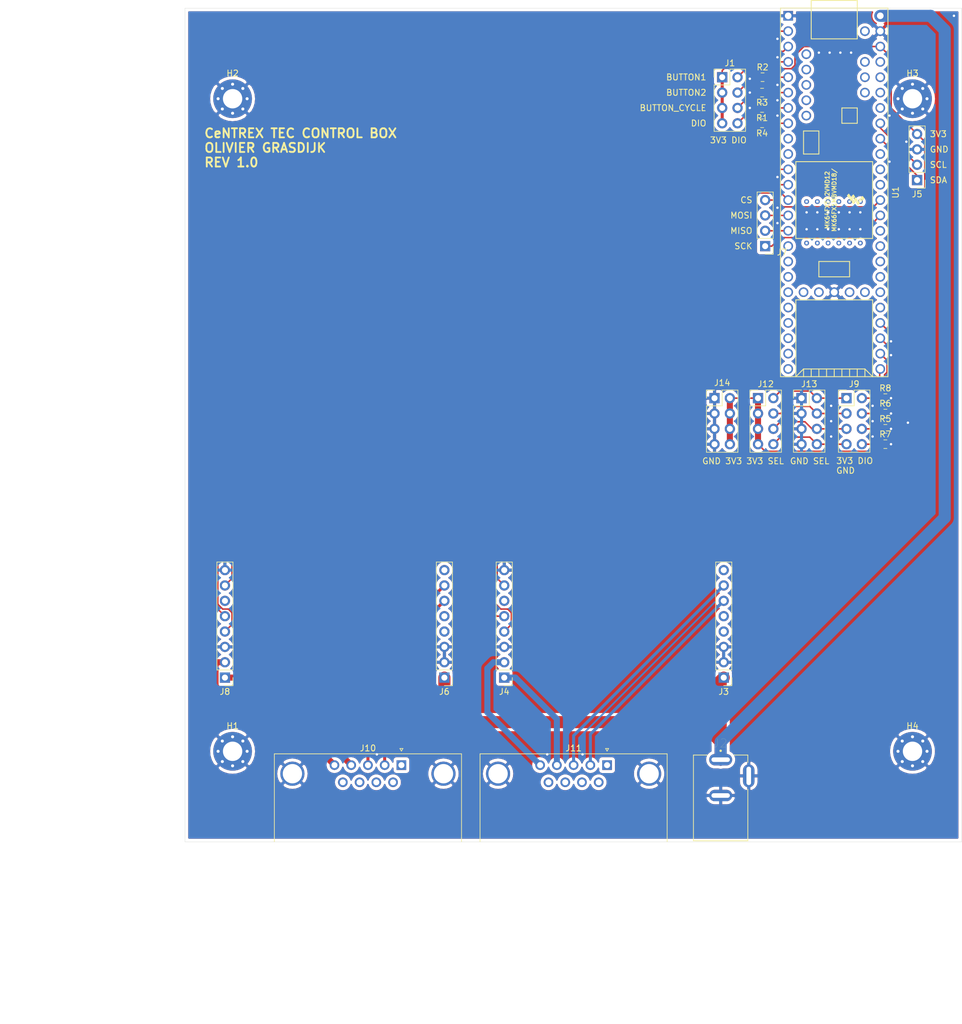
<source format=kicad_pcb>
(kicad_pcb (version 20171130) (host pcbnew "(5.1.5)-3")
  (layers (0 F.Cu signal) (31 B.Cu signal) (34 B.Paste user) (35 F.Paste user) (36 B.SilkS user) (37 F.SilkS user) (38 B.Mask user) (39 F.Mask user) (44 Edge.Cuts user))
  (net 0 "")
  (net 1 +5V)
  (net 2 "Net-(J3-Pad5)")
  (net 3 "Net-(J3-Pad4)")
  (net 4 GNDD)
  (net 5 +3V3)
  (net 6 BUTTON3)
  (net 7 BUTTON2)
  (net 8 BUTTON1)
  (net 9 GNDS2)
  (net 10 TEMP2)
  (net 11 VREF2)
  (net 12 TEC2+)
  (net 13 TEC2-)
  (net 14 TX2)
  (net 15 RX2)
  (net 16 ENABLE2)
  (net 17 SCL_DISPLAY)
  (net 18 SDA_DISPLAY)
  (net 19 GNDS1)
  (net 20 TEMP1)
  (net 21 VREF1)
  (net 22 "Net-(J6-Pad5)")
  (net 23 "Net-(J6-Pad4)")
  (net 24 TEC1+)
  (net 25 TEC1-)
  (net 26 TX1)
  (net 27 RX1)
  (net 28 ENABLE1)
  (net 29 "Net-(U1-Pad44)")
  (net 30 "Net-(U1-Pad43)")
  (net 31 "Net-(U1-Pad42)")
  (net 32 "Net-(U1-Pad39)")
  (net 33 "Net-(U1-Pad38)")
  (net 34 "Net-(U1-Pad37)")
  (net 35 "Net-(U1-Pad36)")
  (net 36 "Net-(U1-Pad35)")
  (net 37 "Net-(U1-Pad34)")
  (net 38 "Net-(U1-Pad16)")
  (net 39 "Net-(U1-Pad19)")
  (net 40 "Net-(U1-Pad18)")
  (net 41 CYCLINGBUTTON)
  (net 42 "Net-(J10-Pad9)")
  (net 43 "Net-(J10-Pad8)")
  (net 44 "Net-(J10-Pad7)")
  (net 45 "Net-(J10-Pad6)")
  (net 46 "Net-(J10-Pad1)")
  (net 47 "Net-(J11-Pad9)")
  (net 48 "Net-(J11-Pad8)")
  (net 49 "Net-(J11-Pad7)")
  (net 50 "Net-(J11-Pad6)")
  (net 51 "Net-(J11-Pad1)")
  (net 52 "Net-(U1-Pad29)")
  (net 53 "Net-(U1-Pad28)")
  (net 54 CS)
  (net 55 MOSI)
  (net 56 MISO)
  (net 57 SCK)
  (net 58 3V3_GND4)
  (net 59 DIO4)
  (net 60 3V3_GND3)
  (net 61 DIO3)
  (net 62 3V3_GND2)
  (net 63 DIO2)
  (net 64 3V3_GND1)
  (net 65 DIO1)
  (net 66 STATUS2)
  (net 67 STATUS1)
  (net 68 "Net-(U1-Pad57)")
  (net 69 "Net-(U1-Pad56)")
  (net 70 "Net-(U1-Pad55)")
  (net 71 "Net-(U1-Pad54)")
  (net 72 "Net-(U1-Pad26)")
  (net 73 "Net-(U1-Pad25)")
  (net 74 "Net-(U1-Pad24)")
  (net 75 "Net-(U1-Pad23)")
  (net 76 "Net-(U1-Pad22)")
  (net 77 "Net-(U1-Pad21)")
  (net 78 "Net-(U1-Pad20)")
  (net 79 "Net-(U1-Pad17)")
  (net 80 "Net-(U1-Pad50)")
  (net 81 "Net-(U1-Pad49)")
  (net 82 "Net-(U1-Pad48)")
  (net 83 "Net-(U1-Pad47)")
  (net 84 "Net-(U1-Pad9)")
  (net 85 "Net-(U1-Pad10)")
  (module footprints:Teensy35_36 (layer F.Cu) (at 147.828 56.896 270)
    (fp_text reference U1 (at 0 -10.16 90) (layer F.SilkS))
    (fp_text value Teensy3.6)
    (fp_text user MK64FX512VMD12 (at 1.27 1.143 90) (layer F.SilkS) (effects (font (size 0.7 0.7))))
    (fp_text user MK66FX1MBVMD18/ (at 1.27 0 90) (layer F.SilkS) (effects (font (size 0.7 0.7))))
    (pad 62 thru_hole circle (at -12.7 4.62 270) (size 1.6 1.6) (drill 1.1) (layers *.Cu *.Mask))
    (pad 61 thru_hole circle (at -15.24 4.62 270) (size 1.6 1.6) (drill 1.1) (layers *.Cu *.Mask))
    (pad 60 thru_hole circle (at -17.78 4.62 270) (size 1.6 1.6) (drill 1.1) (layers *.Cu *.Mask))
    (pad 59 thru_hole circle (at -20.32 4.62 270) (size 1.6 1.6) (drill 1.1) (layers *.Cu *.Mask))
    (pad 58 thru_hole circle (at -22.86 4.62 270) (size 1.6 1.6) (drill 1.1) (layers *.Cu *.Mask))
    (pad 57 thru_hole circle (at -16.51 -5.08 270) (size 1.6 1.6) (drill 1.1) (layers *.Cu *.Mask) (net 68 "Net-(U1-Pad57)"))
    (pad 56 thru_hole circle (at -19.05 -5.08 270) (size 1.6 1.6) (drill 1.1) (layers *.Cu *.Mask) (net 69 "Net-(U1-Pad56)"))
    (pad 55 thru_hole circle (at -21.59 -5.08 270) (size 1.6 1.6) (drill 1.1) (layers *.Cu *.Mask) (net 70 "Net-(U1-Pad55)"))
    (pad 54 thru_hole circle (at -26.67 -5.08 270) (size 1.6 1.6) (drill 1.1) (layers *.Cu *.Mask) (net 71 "Net-(U1-Pad54)"))
    (pad 53 thru_hole circle (at -29.21 -7.62 270) (size 1.6 1.6) (drill 1.1) (layers *.Cu *.Mask) (net 1 +5V))
    (pad 52 thru_hole circle (at -26.67 -7.62 270) (size 1.6 1.6) (drill 1.1) (layers *.Cu *.Mask) (net 4 GNDD))
    (pad 51 thru_hole circle (at -24.13 -7.62 270) (size 1.6 1.6) (drill 1.1) (layers *.Cu *.Mask) (net 5 +3V3))
    (pad 50 thru_hole circle (at -21.59 -7.62 270) (size 1.6 1.6) (drill 1.1) (layers *.Cu *.Mask) (net 80 "Net-(U1-Pad50)"))
    (pad 49 thru_hole circle (at -19.05 -7.62 270) (size 1.6 1.6) (drill 1.1) (layers *.Cu *.Mask) (net 81 "Net-(U1-Pad49)"))
    (pad 48 thru_hole circle (at -16.51 -7.62 270) (size 1.6 1.6) (drill 1.1) (layers *.Cu *.Mask) (net 82 "Net-(U1-Pad48)"))
    (pad 47 thru_hole circle (at -13.97 -7.62 270) (size 1.6 1.6) (drill 1.1) (layers *.Cu *.Mask) (net 83 "Net-(U1-Pad47)"))
    (pad 46 thru_hole circle (at -11.43 -7.62 270) (size 1.6 1.6) (drill 1.1) (layers *.Cu *.Mask) (net 17 SCL_DISPLAY))
    (pad 45 thru_hole circle (at -8.89 -7.62 270) (size 1.6 1.6) (drill 1.1) (layers *.Cu *.Mask) (net 18 SDA_DISPLAY))
    (pad 44 thru_hole circle (at -6.35 -7.62 270) (size 1.6 1.6) (drill 1.1) (layers *.Cu *.Mask) (net 29 "Net-(U1-Pad44)"))
    (pad 43 thru_hole circle (at -3.81 -7.62 270) (size 1.6 1.6) (drill 1.1) (layers *.Cu *.Mask) (net 30 "Net-(U1-Pad43)"))
    (pad 42 thru_hole circle (at -1.27 -7.62 270) (size 1.6 1.6) (drill 1.1) (layers *.Cu *.Mask) (net 31 "Net-(U1-Pad42)"))
    (pad 41 thru_hole circle (at 1.27 -7.62 270) (size 1.6 1.6) (drill 1.1) (layers *.Cu *.Mask) (net 54 CS))
    (pad 40 thru_hole circle (at 3.81 -7.62 270) (size 1.6 1.6) (drill 1.1) (layers *.Cu *.Mask) (net 57 SCK))
    (pad 39 thru_hole circle (at 6.35 -7.62 270) (size 1.6 1.6) (drill 1.1) (layers *.Cu *.Mask) (net 32 "Net-(U1-Pad39)"))
    (pad 38 thru_hole circle (at 8.89 -7.62 270) (size 1.6 1.6) (drill 1.1) (layers *.Cu *.Mask) (net 33 "Net-(U1-Pad38)"))
    (pad 1 thru_hole rect (at -29.21 7.62 270) (size 1.6 1.6) (drill 1.1) (layers *.Cu *.Mask) (net 4 GNDD))
    (pad 2 thru_hole circle (at -26.67 7.62 270) (size 1.6 1.6) (drill 1.1) (layers *.Cu *.Mask) (net 27 RX1))
    (pad 3 thru_hole circle (at -24.13 7.62 270) (size 1.6 1.6) (drill 1.1) (layers *.Cu *.Mask) (net 26 TX1))
    (pad 4 thru_hole circle (at -21.59 7.62 270) (size 1.6 1.6) (drill 1.1) (layers *.Cu *.Mask) (net 28 ENABLE1))
    (pad 5 thru_hole circle (at -19.05 7.62 270) (size 1.6 1.6) (drill 1.1) (layers *.Cu *.Mask) (net 8 BUTTON1))
    (pad 6 thru_hole circle (at -16.51 7.62 270) (size 1.6 1.6) (drill 1.1) (layers *.Cu *.Mask) (net 7 BUTTON2))
    (pad 7 thru_hole circle (at -13.97 7.62 270) (size 1.6 1.6) (drill 1.1) (layers *.Cu *.Mask) (net 41 CYCLINGBUTTON))
    (pad 8 thru_hole circle (at -11.43 7.62 270) (size 1.6 1.6) (drill 1.1) (layers *.Cu *.Mask) (net 6 BUTTON3))
    (pad 9 thru_hole circle (at -8.89 7.62 270) (size 1.6 1.6) (drill 1.1) (layers *.Cu *.Mask) (net 84 "Net-(U1-Pad9)"))
    (pad 10 thru_hole circle (at -6.35 7.62 270) (size 1.6 1.6) (drill 1.1) (layers *.Cu *.Mask) (net 85 "Net-(U1-Pad10)"))
    (pad 11 thru_hole circle (at -3.81 7.62 270) (size 1.6 1.6) (drill 1.1) (layers *.Cu *.Mask) (net 15 RX2))
    (pad 12 thru_hole circle (at -1.27 7.62 270) (size 1.6 1.6) (drill 1.1) (layers *.Cu *.Mask) (net 14 TX2))
    (pad 13 thru_hole circle (at 1.27 7.62 270) (size 1.6 1.6) (drill 1.1) (layers *.Cu *.Mask) (net 16 ENABLE2))
    (pad 37 thru_hole circle (at 11.43 -7.62 270) (size 1.6 1.6) (drill 1.1) (layers *.Cu *.Mask) (net 34 "Net-(U1-Pad37)"))
    (pad 36 thru_hole circle (at 13.97 -7.62 270) (size 1.6 1.6) (drill 1.1) (layers *.Cu *.Mask) (net 35 "Net-(U1-Pad36)"))
    (pad 35 thru_hole circle (at 16.51 -7.62 270) (size 1.6 1.6) (drill 1.1) (layers *.Cu *.Mask) (net 36 "Net-(U1-Pad35)"))
    (pad 34 thru_hole circle (at 19.05 -7.62 270) (size 1.6 1.6) (drill 1.1) (layers *.Cu *.Mask) (net 37 "Net-(U1-Pad34)"))
    (pad 33 thru_hole circle (at 21.59 -7.62 270) (size 1.6 1.6) (drill 1.1) (layers *.Cu *.Mask) (net 59 DIO4))
    (pad 32 thru_hole circle (at 24.13 -7.62 270) (size 1.6 1.6) (drill 1.1) (layers *.Cu *.Mask) (net 61 DIO3))
    (pad 31 thru_hole circle (at 26.67 -7.62 270) (size 1.6 1.6) (drill 1.1) (layers *.Cu *.Mask) (net 63 DIO2))
    (pad 30 thru_hole circle (at 29.21 -7.62 270) (size 1.6 1.6) (drill 1.1) (layers *.Cu *.Mask) (net 65 DIO1))
    (pad 29 thru_hole circle (at 16.51 -5.08 270) (size 1.6 1.6) (drill 1.1) (layers *.Cu *.Mask) (net 52 "Net-(U1-Pad29)"))
    (pad 28 thru_hole circle (at 16.51 -2.54 270) (size 1.6 1.6) (drill 1.1) (layers *.Cu *.Mask) (net 53 "Net-(U1-Pad28)"))
    (pad 27 thru_hole circle (at 16.51 0 270) (size 1.6 1.6) (drill 1.1) (layers *.Cu *.Mask) (net 4 GNDD))
    (pad 26 thru_hole circle (at 16.51 2.54 270) (size 1.6 1.6) (drill 1.1) (layers *.Cu *.Mask) (net 72 "Net-(U1-Pad26)"))
    (pad 25 thru_hole circle (at 16.51 5.08 270) (size 1.6 1.6) (drill 1.1) (layers *.Cu *.Mask) (net 73 "Net-(U1-Pad25)"))
    (pad 24 thru_hole circle (at 29.21 7.62 270) (size 1.6 1.6) (drill 1.1) (layers *.Cu *.Mask) (net 74 "Net-(U1-Pad24)"))
    (pad 23 thru_hole circle (at 26.67 7.62 270) (size 1.6 1.6) (drill 1.1) (layers *.Cu *.Mask) (net 75 "Net-(U1-Pad23)"))
    (pad 22 thru_hole circle (at 24.13 7.62 270) (size 1.6 1.6) (drill 1.1) (layers *.Cu *.Mask) (net 76 "Net-(U1-Pad22)"))
    (pad 21 thru_hole circle (at 21.59 7.62 270) (size 1.6 1.6) (drill 1.1) (layers *.Cu *.Mask) (net 77 "Net-(U1-Pad21)"))
    (pad 14 thru_hole circle (at 3.81 7.62 270) (size 1.6 1.6) (drill 1.1) (layers *.Cu *.Mask) (net 55 MOSI))
    (pad 15 thru_hole circle (at 6.35 7.62 270) (size 1.6 1.6) (drill 1.1) (layers *.Cu *.Mask) (net 56 MISO))
    (pad 16 thru_hole circle (at 8.89 7.62 270) (size 1.6 1.6) (drill 1.1) (layers *.Cu *.Mask) (net 38 "Net-(U1-Pad16)"))
    (pad 20 thru_hole circle (at 19.05 7.62 270) (size 1.6 1.6) (drill 1.1) (layers *.Cu *.Mask) (net 78 "Net-(U1-Pad20)"))
    (pad 19 thru_hole circle (at 16.51 7.62 270) (size 1.6 1.6) (drill 1.1) (layers *.Cu *.Mask) (net 39 "Net-(U1-Pad19)"))
    (pad 18 thru_hole circle (at 13.97 7.62 270) (size 1.6 1.6) (drill 1.1) (layers *.Cu *.Mask) (net 40 "Net-(U1-Pad18)"))
    (pad 17 thru_hole circle (at 11.43 7.62 270) (size 1.6 1.6) (drill 1.1) (layers *.Cu *.Mask) (net 79 "Net-(U1-Pad17)"))
  )
  (module Connector_PinHeader_2.54mm:PinHeader_2x04_P2.54mm_Vertical (layer F.Cu) (at 149.86 90.932)
    (fp_text reference J9 (at 1.27 -2.33) (layer F.SilkS))
    (fp_text value Conn_02x04_Odd_Even)
    (pad 1 thru_hole rect (at 0 0) (size 1.7 1.7) (drill 1) (layers *.Cu *.Mask) (net 58 3V3_GND4))
    (pad 2 thru_hole oval (at 2.54 0) (size 1.7 1.7) (drill 1) (layers *.Cu *.Mask) (net 65 DIO1))
    (pad 3 thru_hole oval (at 0 2.54) (size 1.7 1.7) (drill 1) (layers *.Cu *.Mask) (net 60 3V3_GND3))
    (pad 4 thru_hole oval (at 2.54 2.54) (size 1.7 1.7) (drill 1) (layers *.Cu *.Mask) (net 63 DIO2))
    (pad 5 thru_hole oval (at 0 5.08) (size 1.7 1.7) (drill 1) (layers *.Cu *.Mask) (net 62 3V3_GND2))
    (pad 6 thru_hole oval (at 2.54 5.08) (size 1.7 1.7) (drill 1) (layers *.Cu *.Mask) (net 61 DIO3))
    (pad 7 thru_hole oval (at 0 7.62) (size 1.7 1.7) (drill 1) (layers *.Cu *.Mask) (net 64 3V3_GND1))
    (pad 8 thru_hole oval (at 2.54 7.62) (size 1.7 1.7) (drill 1) (layers *.Cu *.Mask) (net 59 DIO4))
  )
  (module Connector_PinHeader_2.54mm:PinHeader_2x04_P2.54mm_Vertical (layer F.Cu) (at 128.016 90.932)
    (fp_text reference J14 (at 1.27 -2.54) (layer F.SilkS))
    (fp_text value Conn_02x04_Odd_Even)
    (pad 1 thru_hole rect (at 0 0) (size 1.7 1.7) (drill 1) (layers *.Cu *.Mask) (net 4 GNDD))
    (pad 2 thru_hole oval (at 2.54 0) (size 1.7 1.7) (drill 1) (layers *.Cu *.Mask) (net 5 +3V3))
    (pad 3 thru_hole oval (at 0 2.54) (size 1.7 1.7) (drill 1) (layers *.Cu *.Mask) (net 4 GNDD))
    (pad 4 thru_hole oval (at 2.54 2.54) (size 1.7 1.7) (drill 1) (layers *.Cu *.Mask) (net 5 +3V3))
    (pad 5 thru_hole oval (at 0 5.08) (size 1.7 1.7) (drill 1) (layers *.Cu *.Mask) (net 4 GNDD))
    (pad 6 thru_hole oval (at 2.54 5.08) (size 1.7 1.7) (drill 1) (layers *.Cu *.Mask) (net 5 +3V3))
    (pad 7 thru_hole oval (at 0 7.62) (size 1.7 1.7) (drill 1) (layers *.Cu *.Mask) (net 4 GNDD))
    (pad 8 thru_hole oval (at 2.54 7.62) (size 1.7 1.7) (drill 1) (layers *.Cu *.Mask) (net 5 +3V3))
  )
  (module Connector_PinHeader_2.54mm:PinHeader_1x04_P2.54mm_Vertical (layer F.Cu) (at 136.398 65.786 180)
    (fp_text reference J7 (at -2.794 -1.016) (layer F.SilkS))
    (fp_text value Conn_01x04)
    (pad 1 thru_hole rect (at 0 0 180) (size 1.7 1.7) (drill 1) (layers *.Cu *.Mask) (net 57 SCK))
    (pad 2 thru_hole oval (at 0 2.54 180) (size 1.7 1.7) (drill 1) (layers *.Cu *.Mask) (net 56 MISO))
    (pad 3 thru_hole oval (at 0 5.08 180) (size 1.7 1.7) (drill 1) (layers *.Cu *.Mask) (net 55 MOSI))
    (pad 4 thru_hole oval (at 0 7.62 180) (size 1.7 1.7) (drill 1) (layers *.Cu *.Mask) (net 54 CS))
  )
  (module Connector_PinHeader_2.54mm:PinHeader_2x04_P2.54mm_Vertical (layer F.Cu) (at 129.286 37.846)
    (fp_text reference J1 (at 1.27 -2.33) (layer F.SilkS))
    (fp_text value Conn_02x04_Odd_Even)
    (pad 1 thru_hole rect (at 0 0) (size 1.7 1.7) (drill 1) (layers *.Cu *.Mask) (net 5 +3V3))
    (pad 2 thru_hole oval (at 2.54 0) (size 1.7 1.7) (drill 1) (layers *.Cu *.Mask) (net 8 BUTTON1))
    (pad 3 thru_hole oval (at 0 2.54) (size 1.7 1.7) (drill 1) (layers *.Cu *.Mask) (net 5 +3V3))
    (pad 4 thru_hole oval (at 2.54 2.54) (size 1.7 1.7) (drill 1) (layers *.Cu *.Mask) (net 7 BUTTON2))
    (pad 5 thru_hole oval (at 0 5.08) (size 1.7 1.7) (drill 1) (layers *.Cu *.Mask) (net 5 +3V3))
    (pad 6 thru_hole oval (at 2.54 5.08) (size 1.7 1.7) (drill 1) (layers *.Cu *.Mask) (net 41 CYCLINGBUTTON))
    (pad 7 thru_hole oval (at 0 7.62) (size 1.7 1.7) (drill 1) (layers *.Cu *.Mask) (net 5 +3V3))
    (pad 8 thru_hole oval (at 2.54 7.62) (size 1.7 1.7) (drill 1) (layers *.Cu *.Mask) (net 6 BUTTON3))
  )
  (module Resistor_SMD:R_0805_2012Metric (layer F.Cu) (at 135.89 45.466 180)
    (fp_text reference R4 (at 0 -1.65) (layer F.SilkS))
    (fp_text value PULLDOWN)
    (pad 1 smd roundrect (at -0.9375 0 180) (size 0.975 1.4) (layers F.Cu F.Paste F.Mask) (net 6 BUTTON3))
    (pad 2 smd roundrect (at 0.9375 0 180) (size 0.975 1.4) (layers F.Cu F.Paste F.Mask) (net 4 GNDD))
  )
  (module Resistor_SMD:R_0805_2012Metric (layer F.Cu) (at 135.89 40.386 180)
    (fp_text reference R3 (at 0 -1.65) (layer F.SilkS))
    (fp_text value PULLDOWN)
    (pad 1 smd roundrect (at -0.9375 0 180) (size 0.975 1.4) (layers F.Cu F.Paste F.Mask) (net 7 BUTTON2))
    (pad 2 smd roundrect (at 0.9375 0 180) (size 0.975 1.4) (layers F.Cu F.Paste F.Mask) (net 4 GNDD))
  )
  (module Resistor_SMD:R_0805_2012Metric (layer F.Cu) (at 135.9685 37.846)
    (fp_text reference R2 (at 0 -1.65) (layer F.SilkS))
    (fp_text value PULLDOWN)
    (pad 1 smd roundrect (at -0.9375 0) (size 0.975 1.4) (layers F.Cu F.Paste F.Mask) (net 4 GNDD))
    (pad 2 smd roundrect (at 0.9375 0) (size 0.975 1.4) (layers F.Cu F.Paste F.Mask) (net 8 BUTTON1))
  )
  (module Connector_PinHeader_2.54mm:PinHeader_2x04_P2.54mm_Vertical (layer F.Cu) (at 135.216 90.932)
    (fp_text reference J12 (at 1.27 -2.33) (layer F.SilkS))
    (fp_text value Conn_02x04_Odd_Even)
    (pad 1 thru_hole rect (at 0 0) (size 1.7 1.7) (drill 1) (layers *.Cu *.Mask) (net 5 +3V3))
    (pad 2 thru_hole oval (at 2.54 0) (size 1.7 1.7) (drill 1) (layers *.Cu *.Mask) (net 58 3V3_GND4))
    (pad 3 thru_hole oval (at 0 2.54) (size 1.7 1.7) (drill 1) (layers *.Cu *.Mask) (net 5 +3V3))
    (pad 4 thru_hole oval (at 2.54 2.54) (size 1.7 1.7) (drill 1) (layers *.Cu *.Mask) (net 60 3V3_GND3))
    (pad 5 thru_hole oval (at 0 5.08) (size 1.7 1.7) (drill 1) (layers *.Cu *.Mask) (net 5 +3V3))
    (pad 6 thru_hole oval (at 2.54 5.08) (size 1.7 1.7) (drill 1) (layers *.Cu *.Mask) (net 62 3V3_GND2))
    (pad 7 thru_hole oval (at 0 7.62) (size 1.7 1.7) (drill 1) (layers *.Cu *.Mask) (net 5 +3V3))
    (pad 8 thru_hole oval (at 2.54 7.62) (size 1.7 1.7) (drill 1) (layers *.Cu *.Mask) (net 64 3V3_GND1))
  )
  (module Resistor_SMD:R_0805_2012Metric (layer F.Cu) (at 135.89 42.926 180)
    (fp_text reference R1 (at 0 -1.65) (layer F.SilkS))
    (fp_text value PULLDOWN)
    (pad 1 smd roundrect (at -0.9375 0 180) (size 0.975 1.4) (layers F.Cu F.Paste F.Mask) (net 41 CYCLINGBUTTON))
    (pad 2 smd roundrect (at 0.9375 0 180) (size 0.975 1.4) (layers F.Cu F.Paste F.Mask) (net 4 GNDD))
  )
  (module Connector_PinHeader_2.54mm:PinHeader_2x04_P2.54mm_Vertical (layer F.Cu) (at 142.416 90.932)
    (fp_text reference J13 (at 1.27 -2.33) (layer F.SilkS))
    (fp_text value Conn_02x04_Odd_Even)
    (pad 1 thru_hole rect (at 0 0) (size 1.7 1.7) (drill 1) (layers *.Cu *.Mask) (net 4 GNDD))
    (pad 2 thru_hole oval (at 2.54 0) (size 1.7 1.7) (drill 1) (layers *.Cu *.Mask) (net 58 3V3_GND4))
    (pad 3 thru_hole oval (at 0 2.54) (size 1.7 1.7) (drill 1) (layers *.Cu *.Mask) (net 4 GNDD))
    (pad 4 thru_hole oval (at 2.54 2.54) (size 1.7 1.7) (drill 1) (layers *.Cu *.Mask) (net 60 3V3_GND3))
    (pad 5 thru_hole oval (at 0 5.08) (size 1.7 1.7) (drill 1) (layers *.Cu *.Mask) (net 4 GNDD))
    (pad 6 thru_hole oval (at 2.54 5.08) (size 1.7 1.7) (drill 1) (layers *.Cu *.Mask) (net 62 3V3_GND2))
    (pad 7 thru_hole oval (at 0 7.62) (size 1.7 1.7) (drill 1) (layers *.Cu *.Mask) (net 4 GNDD))
    (pad 8 thru_hole oval (at 2.54 7.62) (size 1.7 1.7) (drill 1) (layers *.Cu *.Mask) (net 64 3V3_GND1))
  )
  (module Connector_PinHeader_2.54mm:PinHeader_1x04_P2.54mm_Vertical (layer F.Cu) (at 161.544 54.864 180)
    (fp_text reference J5 (at 0 -2.33) (layer F.SilkS))
    (fp_text value Conn_01x04)
    (pad 1 thru_hole rect (at 0 0 180) (size 1.7 1.7) (drill 1) (layers *.Cu *.Mask) (net 18 SDA_DISPLAY))
    (pad 2 thru_hole oval (at 0 2.54 180) (size 1.7 1.7) (drill 1) (layers *.Cu *.Mask) (net 17 SCL_DISPLAY))
    (pad 3 thru_hole oval (at 0 5.08 180) (size 1.7 1.7) (drill 1) (layers *.Cu *.Mask) (net 4 GNDD))
    (pad 4 thru_hole oval (at 0 7.62 180) (size 1.7 1.7) (drill 1) (layers *.Cu *.Mask) (net 5 +3V3))
  )
  (module footprints:MPD_EJ503A (layer F.Cu) (at 129.032 153.416)
    (fp_text reference J2 (at -0.055 -5.389) (layer F.SilkS) (effects (font (size 1.4 1.4) (thickness 0.015))))
    (fp_text value EJ503A)
    (pad 1 thru_hole oval (at 0 -2.68) (size 3.8 1.9) (drill oval 3.05 0.76) (layers *.Cu *.Mask) (net 1 +5V))
    (pad 2 thru_hole oval (at 0 3.25) (size 3.8 1.9) (drill oval 3.05 0.76) (layers *.Cu *.Mask) (net 4 GNDD))
    (pad 3 thru_hole oval (at 4.65 0) (size 1.9 3.8) (drill oval 0.76 3.05) (layers *.Cu *.Mask) (net 4 GNDD))
  )
  (module Resistor_SMD:R_0805_2012Metric (layer F.Cu) (at 156.2885 90.932)
    (fp_text reference R8 (at 0 -1.65) (layer F.SilkS))
    (fp_text value PULLDOWN)
    (pad 1 smd roundrect (at -0.9375 0) (size 0.975 1.4) (layers F.Cu F.Paste F.Mask) (net 65 DIO1))
    (pad 2 smd roundrect (at 0.9375 0) (size 0.975 1.4) (layers F.Cu F.Paste F.Mask) (net 4 GNDD))
  )
  (module Resistor_SMD:R_0805_2012Metric (layer F.Cu) (at 156.2885 98.552)
    (fp_text reference R7 (at 0 -1.65) (layer F.SilkS))
    (fp_text value PULLDOWN)
    (pad 1 smd roundrect (at -0.9375 0) (size 0.975 1.4) (layers F.Cu F.Paste F.Mask) (net 59 DIO4))
    (pad 2 smd roundrect (at 0.9375 0) (size 0.975 1.4) (layers F.Cu F.Paste F.Mask) (net 4 GNDD))
  )
  (module Resistor_SMD:R_0805_2012Metric (layer F.Cu) (at 156.2885 93.472)
    (fp_text reference R6 (at 0 -1.65) (layer F.SilkS))
    (fp_text value PULLDOWN)
    (pad 1 smd roundrect (at -0.9375 0) (size 0.975 1.4) (layers F.Cu F.Paste F.Mask) (net 63 DIO2))
    (pad 2 smd roundrect (at 0.9375 0) (size 0.975 1.4) (layers F.Cu F.Paste F.Mask) (net 4 GNDD))
  )
  (module Resistor_SMD:R_0805_2012Metric (layer F.Cu) (at 156.2885 96.012)
    (fp_text reference R5 (at 0 -1.65) (layer F.SilkS))
    (fp_text value PULLDOWN)
    (pad 1 smd roundrect (at -0.9375 0) (size 0.975 1.4) (layers F.Cu F.Paste F.Mask) (net 61 DIO3))
    (pad 2 smd roundrect (at 0.9375 0) (size 0.975 1.4) (layers F.Cu F.Paste F.Mask) (net 4 GNDD))
  )
  (module Connector_PinHeader_2.54mm:PinHeader_1x08_P2.54mm_Vertical (layer F.Cu) (at 46.99 137.16 180)
    (fp_text reference J8 (at 0 -2.33) (layer F.SilkS))
    (fp_text value Conn_01x08)
    (pad 8 thru_hole oval (at 0 17.78 180) (size 1.7 1.7) (drill 1) (layers *.Cu *.Mask) (net 4 GNDD))
    (pad 7 thru_hole oval (at 0 15.24 180) (size 1.7 1.7) (drill 1) (layers *.Cu *.Mask) (net 28 ENABLE1))
    (pad 6 thru_hole oval (at 0 12.7 180) (size 1.7 1.7) (drill 1) (layers *.Cu *.Mask) (net 67 STATUS1))
    (pad 5 thru_hole oval (at 0 10.16 180) (size 1.7 1.7) (drill 1) (layers *.Cu *.Mask) (net 27 RX1))
    (pad 4 thru_hole oval (at 0 7.62 180) (size 1.7 1.7) (drill 1) (layers *.Cu *.Mask) (net 26 TX1))
    (pad 3 thru_hole oval (at 0 5.08 180) (size 1.7 1.7) (drill 1) (layers *.Cu *.Mask) (net 4 GNDD))
    (pad 2 thru_hole oval (at 0 2.54 180) (size 1.7 1.7) (drill 1) (layers *.Cu *.Mask) (net 25 TEC1-))
    (pad 1 thru_hole rect (at 0 0 180) (size 1.7 1.7) (drill 1) (layers *.Cu *.Mask) (net 24 TEC1+))
  )
  (module Connector_PinHeader_2.54mm:PinHeader_1x08_P2.54mm_Vertical (layer F.Cu) (at 83.312 137.16 180)
    (fp_text reference J6 (at 0 -2.33) (layer F.SilkS))
    (fp_text value Conn_01x08)
    (pad 8 thru_hole oval (at 0 17.78 180) (size 1.7 1.7) (drill 1) (layers *.Cu *.Mask) (net 19 GNDS1))
    (pad 7 thru_hole oval (at 0 15.24 180) (size 1.7 1.7) (drill 1) (layers *.Cu *.Mask) (net 20 TEMP1))
    (pad 6 thru_hole oval (at 0 12.7 180) (size 1.7 1.7) (drill 1) (layers *.Cu *.Mask) (net 21 VREF1))
    (pad 5 thru_hole oval (at 0 10.16 180) (size 1.7 1.7) (drill 1) (layers *.Cu *.Mask) (net 22 "Net-(J6-Pad5)"))
    (pad 4 thru_hole oval (at 0 7.62 180) (size 1.7 1.7) (drill 1) (layers *.Cu *.Mask) (net 23 "Net-(J6-Pad4)"))
    (pad 3 thru_hole oval (at 0 5.08 180) (size 1.7 1.7) (drill 1) (layers *.Cu *.Mask) (net 4 GNDD))
    (pad 2 thru_hole oval (at 0 2.54 180) (size 1.7 1.7) (drill 1) (layers *.Cu *.Mask) (net 4 GNDD))
    (pad 1 thru_hole rect (at 0 0 180) (size 1.7 1.7) (drill 1) (layers *.Cu *.Mask) (net 1 +5V))
  )
  (module Connector_PinHeader_2.54mm:PinHeader_1x08_P2.54mm_Vertical (layer F.Cu) (at 93.218 137.16 180)
    (fp_text reference J4 (at 0 -2.33) (layer F.SilkS))
    (fp_text value Conn_01x08)
    (pad 8 thru_hole oval (at 0 17.78 180) (size 1.7 1.7) (drill 1) (layers *.Cu *.Mask) (net 4 GNDD))
    (pad 7 thru_hole oval (at 0 15.24 180) (size 1.7 1.7) (drill 1) (layers *.Cu *.Mask) (net 16 ENABLE2))
    (pad 6 thru_hole oval (at 0 12.7 180) (size 1.7 1.7) (drill 1) (layers *.Cu *.Mask) (net 66 STATUS2))
    (pad 5 thru_hole oval (at 0 10.16 180) (size 1.7 1.7) (drill 1) (layers *.Cu *.Mask) (net 15 RX2))
    (pad 4 thru_hole oval (at 0 7.62 180) (size 1.7 1.7) (drill 1) (layers *.Cu *.Mask) (net 14 TX2))
    (pad 3 thru_hole oval (at 0 5.08 180) (size 1.7 1.7) (drill 1) (layers *.Cu *.Mask) (net 4 GNDD))
    (pad 2 thru_hole oval (at 0 2.54 180) (size 1.7 1.7) (drill 1) (layers *.Cu *.Mask) (net 13 TEC2-))
    (pad 1 thru_hole rect (at 0 0 180) (size 1.7 1.7) (drill 1) (layers *.Cu *.Mask) (net 12 TEC2+))
  )
  (module Connector_PinHeader_2.54mm:PinHeader_1x08_P2.54mm_Vertical (layer F.Cu) (at 129.54 137.16 180)
    (fp_text reference J3 (at 0 -2.33) (layer F.SilkS))
    (fp_text value Conn_01x08)
    (pad 8 thru_hole oval (at 0 17.78 180) (size 1.7 1.7) (drill 1) (layers *.Cu *.Mask) (net 9 GNDS2))
    (pad 7 thru_hole oval (at 0 15.24 180) (size 1.7 1.7) (drill 1) (layers *.Cu *.Mask) (net 10 TEMP2))
    (pad 6 thru_hole oval (at 0 12.7 180) (size 1.7 1.7) (drill 1) (layers *.Cu *.Mask) (net 11 VREF2))
    (pad 5 thru_hole oval (at 0 10.16 180) (size 1.7 1.7) (drill 1) (layers *.Cu *.Mask) (net 2 "Net-(J3-Pad5)"))
    (pad 4 thru_hole oval (at 0 7.62 180) (size 1.7 1.7) (drill 1) (layers *.Cu *.Mask) (net 3 "Net-(J3-Pad4)"))
    (pad 3 thru_hole oval (at 0 5.08 180) (size 1.7 1.7) (drill 1) (layers *.Cu *.Mask) (net 4 GNDD))
    (pad 2 thru_hole oval (at 0 2.54 180) (size 1.7 1.7) (drill 1) (layers *.Cu *.Mask) (net 4 GNDD))
    (pad 1 thru_hole rect (at 0 0 180) (size 1.7 1.7) (drill 1) (layers *.Cu *.Mask) (net 1 +5V))
  )
  (module Connector_Dsub:DSUB-9_Female_Horizontal_P2.77x2.84mm_EdgePinOffset9.90mm_Housed_MountingHolesOffset11.32mm (layer F.Cu) (at 110.236 151.638)
    (fp_text reference J11 (at -5.54 -2.8) (layer F.SilkS))
    (fp_text value DB9_Female_MountingHoles)
    (pad 0 thru_hole circle (at 6.96 1.42) (size 4 4) (drill 3.2) (layers *.Cu *.Mask) (net 4 GNDD))
    (pad 0 thru_hole circle (at -18.04 1.42) (size 4 4) (drill 3.2) (layers *.Cu *.Mask) (net 4 GNDD))
    (pad 9 thru_hole circle (at -9.695 2.84) (size 1.6 1.6) (drill 1) (layers *.Cu *.Mask) (net 47 "Net-(J11-Pad9)"))
    (pad 8 thru_hole circle (at -6.925 2.84) (size 1.6 1.6) (drill 1) (layers *.Cu *.Mask) (net 48 "Net-(J11-Pad8)"))
    (pad 7 thru_hole circle (at -4.155 2.84) (size 1.6 1.6) (drill 1) (layers *.Cu *.Mask) (net 49 "Net-(J11-Pad7)"))
    (pad 6 thru_hole circle (at -1.385 2.84) (size 1.6 1.6) (drill 1) (layers *.Cu *.Mask) (net 50 "Net-(J11-Pad6)"))
    (pad 5 thru_hole circle (at -11.08 0) (size 1.6 1.6) (drill 1) (layers *.Cu *.Mask) (net 13 TEC2-))
    (pad 4 thru_hole circle (at -8.31 0) (size 1.6 1.6) (drill 1) (layers *.Cu *.Mask) (net 12 TEC2+))
    (pad 3 thru_hole circle (at -5.54 0) (size 1.6 1.6) (drill 1) (layers *.Cu *.Mask) (net 10 TEMP2))
    (pad 2 thru_hole circle (at -2.77 0) (size 1.6 1.6) (drill 1) (layers *.Cu *.Mask) (net 11 VREF2))
    (pad 1 thru_hole rect (at 0 0) (size 1.6 1.6) (drill 1) (layers *.Cu *.Mask) (net 51 "Net-(J11-Pad1)"))
  )
  (module Connector_Dsub:DSUB-9_Female_Horizontal_P2.77x2.84mm_EdgePinOffset9.90mm_Housed_MountingHolesOffset11.32mm (layer F.Cu) (at 76.2 151.638)
    (fp_text reference J10 (at -5.54 -2.8) (layer F.SilkS))
    (fp_text value DB9_Female_MountingHoles)
    (pad 0 thru_hole circle (at 6.96 1.42) (size 4 4) (drill 3.2) (layers *.Cu *.Mask) (net 4 GNDD))
    (pad 0 thru_hole circle (at -18.04 1.42) (size 4 4) (drill 3.2) (layers *.Cu *.Mask) (net 4 GNDD))
    (pad 9 thru_hole circle (at -9.695 2.84) (size 1.6 1.6) (drill 1) (layers *.Cu *.Mask) (net 42 "Net-(J10-Pad9)"))
    (pad 8 thru_hole circle (at -6.925 2.84) (size 1.6 1.6) (drill 1) (layers *.Cu *.Mask) (net 43 "Net-(J10-Pad8)"))
    (pad 7 thru_hole circle (at -4.155 2.84) (size 1.6 1.6) (drill 1) (layers *.Cu *.Mask) (net 44 "Net-(J10-Pad7)"))
    (pad 6 thru_hole circle (at -1.385 2.84) (size 1.6 1.6) (drill 1) (layers *.Cu *.Mask) (net 45 "Net-(J10-Pad6)"))
    (pad 5 thru_hole circle (at -11.08 0) (size 1.6 1.6) (drill 1) (layers *.Cu *.Mask) (net 25 TEC1-))
    (pad 4 thru_hole circle (at -8.31 0) (size 1.6 1.6) (drill 1) (layers *.Cu *.Mask) (net 24 TEC1+))
    (pad 3 thru_hole circle (at -5.54 0) (size 1.6 1.6) (drill 1) (layers *.Cu *.Mask) (net 20 TEMP1))
    (pad 2 thru_hole circle (at -2.77 0) (size 1.6 1.6) (drill 1) (layers *.Cu *.Mask) (net 21 VREF1))
    (pad 1 thru_hole rect (at 0 0) (size 1.6 1.6) (drill 1) (layers *.Cu *.Mask) (net 46 "Net-(J10-Pad1)"))
  )
  (module MountingHole:MountingHole_3.2mm_M3_Pad_Via (layer F.Cu) (at 160.782 149.352)
    (fp_text reference H4 (at 0 -4.2) (layer F.SilkS))
    (fp_text value MountingHole_Pad)
    (pad 1 thru_hole circle (at 1.697056 -1.697056) (size 0.8 0.8) (drill 0.5) (layers *.Cu *.Mask) (net 4 GNDD))
    (pad 1 thru_hole circle (at 0 -2.4) (size 0.8 0.8) (drill 0.5) (layers *.Cu *.Mask) (net 4 GNDD))
    (pad 1 thru_hole circle (at -1.697056 -1.697056) (size 0.8 0.8) (drill 0.5) (layers *.Cu *.Mask) (net 4 GNDD))
    (pad 1 thru_hole circle (at -2.4 0) (size 0.8 0.8) (drill 0.5) (layers *.Cu *.Mask) (net 4 GNDD))
    (pad 1 thru_hole circle (at -1.697056 1.697056) (size 0.8 0.8) (drill 0.5) (layers *.Cu *.Mask) (net 4 GNDD))
    (pad 1 thru_hole circle (at 0 2.4) (size 0.8 0.8) (drill 0.5) (layers *.Cu *.Mask) (net 4 GNDD))
    (pad 1 thru_hole circle (at 1.697056 1.697056) (size 0.8 0.8) (drill 0.5) (layers *.Cu *.Mask) (net 4 GNDD))
    (pad 1 thru_hole circle (at 2.4 0) (size 0.8 0.8) (drill 0.5) (layers *.Cu *.Mask) (net 4 GNDD))
    (pad 1 thru_hole circle (at 0 0) (size 6.4 6.4) (drill 3.2) (layers *.Cu *.Mask) (net 4 GNDD))
  )
  (module MountingHole:MountingHole_3.2mm_M3_Pad_Via (layer F.Cu) (at 160.782 41.402)
    (fp_text reference H3 (at 0 -4.2) (layer F.SilkS))
    (fp_text value MountingHole_Pad)
    (pad 1 thru_hole circle (at 1.697056 -1.697056) (size 0.8 0.8) (drill 0.5) (layers *.Cu *.Mask) (net 4 GNDD))
    (pad 1 thru_hole circle (at 0 -2.4) (size 0.8 0.8) (drill 0.5) (layers *.Cu *.Mask) (net 4 GNDD))
    (pad 1 thru_hole circle (at -1.697056 -1.697056) (size 0.8 0.8) (drill 0.5) (layers *.Cu *.Mask) (net 4 GNDD))
    (pad 1 thru_hole circle (at -2.4 0) (size 0.8 0.8) (drill 0.5) (layers *.Cu *.Mask) (net 4 GNDD))
    (pad 1 thru_hole circle (at -1.697056 1.697056) (size 0.8 0.8) (drill 0.5) (layers *.Cu *.Mask) (net 4 GNDD))
    (pad 1 thru_hole circle (at 0 2.4) (size 0.8 0.8) (drill 0.5) (layers *.Cu *.Mask) (net 4 GNDD))
    (pad 1 thru_hole circle (at 1.697056 1.697056) (size 0.8 0.8) (drill 0.5) (layers *.Cu *.Mask) (net 4 GNDD))
    (pad 1 thru_hole circle (at 2.4 0) (size 0.8 0.8) (drill 0.5) (layers *.Cu *.Mask) (net 4 GNDD))
    (pad 1 thru_hole circle (at 0 0) (size 6.4 6.4) (drill 3.2) (layers *.Cu *.Mask) (net 4 GNDD))
  )
  (module MountingHole:MountingHole_3.2mm_M3_Pad_Via (layer F.Cu) (at 48.26 41.402)
    (fp_text reference H2 (at 0 -4.2) (layer F.SilkS))
    (fp_text value MountingHole_Pad)
    (pad 1 thru_hole circle (at 1.697056 -1.697056) (size 0.8 0.8) (drill 0.5) (layers *.Cu *.Mask) (net 4 GNDD))
    (pad 1 thru_hole circle (at 0 -2.4) (size 0.8 0.8) (drill 0.5) (layers *.Cu *.Mask) (net 4 GNDD))
    (pad 1 thru_hole circle (at -1.697056 -1.697056) (size 0.8 0.8) (drill 0.5) (layers *.Cu *.Mask) (net 4 GNDD))
    (pad 1 thru_hole circle (at -2.4 0) (size 0.8 0.8) (drill 0.5) (layers *.Cu *.Mask) (net 4 GNDD))
    (pad 1 thru_hole circle (at -1.697056 1.697056) (size 0.8 0.8) (drill 0.5) (layers *.Cu *.Mask) (net 4 GNDD))
    (pad 1 thru_hole circle (at 0 2.4) (size 0.8 0.8) (drill 0.5) (layers *.Cu *.Mask) (net 4 GNDD))
    (pad 1 thru_hole circle (at 1.697056 1.697056) (size 0.8 0.8) (drill 0.5) (layers *.Cu *.Mask) (net 4 GNDD))
    (pad 1 thru_hole circle (at 2.4 0) (size 0.8 0.8) (drill 0.5) (layers *.Cu *.Mask) (net 4 GNDD))
    (pad 1 thru_hole circle (at 0 0) (size 6.4 6.4) (drill 3.2) (layers *.Cu *.Mask) (net 4 GNDD))
  )
  (module MountingHole:MountingHole_3.2mm_M3_Pad_Via (layer F.Cu) (at 48.26 149.352)
    (fp_text reference H1 (at 0 -4.2) (layer F.SilkS))
    (fp_text value MountingHole_Pad)
    (pad 1 thru_hole circle (at 1.697056 -1.697056) (size 0.8 0.8) (drill 0.5) (layers *.Cu *.Mask) (net 4 GNDD))
    (pad 1 thru_hole circle (at 0 -2.4) (size 0.8 0.8) (drill 0.5) (layers *.Cu *.Mask) (net 4 GNDD))
    (pad 1 thru_hole circle (at -1.697056 -1.697056) (size 0.8 0.8) (drill 0.5) (layers *.Cu *.Mask) (net 4 GNDD))
    (pad 1 thru_hole circle (at -2.4 0) (size 0.8 0.8) (drill 0.5) (layers *.Cu *.Mask) (net 4 GNDD))
    (pad 1 thru_hole circle (at -1.697056 1.697056) (size 0.8 0.8) (drill 0.5) (layers *.Cu *.Mask) (net 4 GNDD))
    (pad 1 thru_hole circle (at 0 2.4) (size 0.8 0.8) (drill 0.5) (layers *.Cu *.Mask) (net 4 GNDD))
    (pad 1 thru_hole circle (at 1.697056 1.697056) (size 0.8 0.8) (drill 0.5) (layers *.Cu *.Mask) (net 4 GNDD))
    (pad 1 thru_hole circle (at 2.4 0) (size 0.8 0.8) (drill 0.5) (layers *.Cu *.Mask) (net 4 GNDD))
    (pad 1 thru_hole circle (at 0 0) (size 6.4 6.4) (drill 3.2) (layers *.Cu *.Mask) (net 4 GNDD))
  )
  (gr_text CS (at 134.366 58.166) (layer F.SilkS) (effects (font (size 1 1)) (justify right)))
  (gr_text "3V3 SEL" (at 136.398 101.346) (layer F.SilkS) (effects (font (size 1 1))))
  (gr_text BUTTON1 (at 126.746 37.846) (layer F.SilkS) (effects (font (size 1 1)) (justify right)))
  (gr_text BUTTON2 (at 126.746 40.386) (layer F.SilkS) (effects (font (size 1 1)) (justify right)))
  (gr_text MISO (at 134.366 63.246) (layer F.SilkS) (effects (font (size 1 1)) (justify right)))
  (gr_text DIO (at 126.746 45.466) (layer F.SilkS) (effects (font (size 1 1)) (justify right)))
  (gr_text "3V3 DIO" (at 130.302 48.26) (layer F.SilkS) (effects (font (size 1 1))))
  (gr_text MOSI (at 134.366 60.706) (layer F.SilkS) (effects (font (size 1 1)) (justify right)))
  (gr_text "GND 3V3" (at 129.286 101.346) (layer F.SilkS) (effects (font (size 1 1))))
  (gr_text SCK (at 134.366 65.786) (layer F.SilkS) (effects (font (size 1 1)) (justify right)))
  (gr_line (start 168.91 26.416) (end 40.386 26.416) (layer Edge.Cuts) (width 0.05))
  (gr_line (start 168.91 26.67) (end 168.91 26.416) (layer Edge.Cuts) (width 0.05))
  (gr_line (start 168.91 26.924) (end 168.91 26.67) (layer Edge.Cuts) (width 0.05))
  (gr_line (start 168.91 164.338) (end 168.91 26.924) (layer Edge.Cuts) (width 0.05))
  (gr_line (start 40.386 164.338) (end 168.91 164.338) (layer Edge.Cuts) (width 0.05))
  (gr_line (start 40.386 56.388) (end 40.386 26.416) (layer Edge.Cuts) (width 0.05))
  (gr_text SDA (at 163.576 54.864) (layer F.SilkS) (effects (font (size 1 1)) (justify left)))
  (gr_text SCL (at 163.576 52.324) (layer F.SilkS) (effects (font (size 1 1)) (justify left)))
  (gr_text GND (at 163.576 49.784) (layer F.SilkS) (effects (font (size 1 1)) (justify left)))
  (gr_text 3V3 (at 163.576 47.244) (layer F.SilkS) (effects (font (size 1 1)) (justify left)))
  (gr_text "CeNTREX TEC CONTROL BOX\nOLIVIER GRASDIJK\nREV 1.0" (at 43.434 49.53) (layer F.SilkS) (effects (font (size 1.5 1.5) (thickness 0.3)) (justify left)))
  (gr_text "GND SEL" (at 143.764 101.346) (layer F.SilkS) (effects (font (size 1 1))))
  (gr_text "3V3 DIO\nGND" (at 148.082 102.108) (layer F.SilkS) (effects (font (size 1 1)) (justify left)))
  (gr_text BUTTON_CYCLE (at 126.746 42.926) (layer F.SilkS) (effects (font (size 1 1)) (justify right)))
  (gr_line (start 40.386 164.338) (end 40.386 56.388) (layer Edge.Cuts) (width 0.05))
  (via (at 152.146 58.42) (size 0.8) (drill 0.4) (layers F.Cu B.Cu) (net 0))
  (via (at 150.368 58.42) (size 0.8) (drill 0.4) (layers F.Cu B.Cu) (net 0))
  (via (at 148.59 58.42) (size 0.8) (drill 0.4) (layers F.Cu B.Cu) (net 0))
  (via (at 146.812 58.42) (size 0.8) (drill 0.4) (layers F.Cu B.Cu) (net 0))
  (via (at 145.034 58.42) (size 0.8) (drill 0.4) (layers F.Cu B.Cu) (net 0))
  (via (at 143.256 58.42) (size 0.8) (drill 0.4) (layers F.Cu B.Cu) (net 0))
  (via (at 152.146 65.278) (size 0.8) (drill 0.4) (layers F.Cu B.Cu) (net 0))
  (via (at 150.368 65.278) (size 0.8) (drill 0.4) (layers F.Cu B.Cu) (net 0))
  (via (at 148.59 65.278) (size 0.8) (drill 0.4) (layers F.Cu B.Cu) (net 0))
  (via (at 146.812 65.278) (size 0.8) (drill 0.4) (layers F.Cu B.Cu) (net 0))
  (via (at 145.034 65.278) (size 0.8) (drill 0.4) (layers F.Cu B.Cu) (net 0))
  (via (at 143.256 65.278) (size 0.8) (drill 0.4) (layers F.Cu B.Cu) (net 0))
  (segment (start 83.312 140.01) (end 83.312 137.16) (width 2) (layer F.Cu) (net 1))
  (segment (start 87.828 144.526) (end 83.312 140.01) (width 2) (layer F.Cu) (net 1))
  (segment (start 129.032 137.668) (end 129.54 137.16) (width 2) (layer F.Cu) (net 1))
  (segment (start 129.032 150.736) (end 129.032 137.668) (width 2) (layer F.Cu) (net 1))
  (segment (start 125.772 144.526) (end 87.828 144.526) (width 2) (layer F.Cu) (net 1))
  (segment (start 129.032 147.786) (end 125.772 144.526) (width 2) (layer F.Cu) (net 1))
  (segment (start 129.032 150.736) (end 129.032 147.786) (width 2) (layer F.Cu) (net 1))
  (segment (start 129.032 147.786) (end 166.116 110.702) (width 2) (layer B.Cu) (net 1))
  (segment (start 129.032 150.736) (end 129.032 147.786) (width 2) (layer B.Cu) (net 1))
  (segment (start 156.57937 27.686) (end 155.448 27.686) (width 2) (layer B.Cu) (net 1))
  (segment (start 163.76 27.686) (end 156.57937 27.686) (width 2) (layer B.Cu) (net 1))
  (segment (start 166.116 30.042) (end 163.76 27.686) (width 2) (layer B.Cu) (net 1))
  (segment (start 166.116 110.702) (end 166.116 30.042) (width 2) (layer B.Cu) (net 1))
  (via (at 157.226 98.552) (size 0.8) (drill 0.4) (layers F.Cu B.Cu) (net 4))
  (via (at 157.226 96.012) (size 0.8) (drill 0.4) (layers F.Cu B.Cu) (net 4))
  (via (at 157.226 93.472) (size 0.8) (drill 0.4) (layers F.Cu B.Cu) (net 4))
  (via (at 157.226 90.932) (size 0.8) (drill 0.4) (layers F.Cu B.Cu) (net 4))
  (via (at 72.136 149.86) (size 0.8) (drill 0.4) (layers F.Cu B.Cu) (net 4))
  (via (at 100.33 149.86) (size 0.8) (drill 0.4) (layers F.Cu B.Cu) (net 4))
  (via (at 106.172 149.86) (size 0.8) (drill 0.4) (layers F.Cu B.Cu) (net 4))
  (via (at 147.32 94.742) (size 0.8) (drill 0.4) (layers F.Cu B.Cu) (net 4))
  (via (at 154.178 97.282) (size 0.8) (drill 0.4) (layers F.Cu B.Cu) (net 4))
  (via (at 154.178 94.742) (size 0.8) (drill 0.4) (layers F.Cu B.Cu) (net 4))
  (via (at 154.178 92.202) (size 0.8) (drill 0.4) (layers F.Cu B.Cu) (net 4))
  (via (at 167.64 27.686) (size 0.8) (drill 0.4) (layers F.Cu B.Cu) (net 4))
  (via (at 147.32 92.202) (size 0.8) (drill 0.4) (layers F.Cu B.Cu) (net 4))
  (via (at 147.32 97.282) (size 0.8) (drill 0.4) (layers F.Cu B.Cu) (net 4))
  (via (at 133.858 38.1) (size 0.8) (drill 0.4) (layers F.Cu B.Cu) (net 4))
  (via (at 133.858 40.386) (size 0.8) (drill 0.4) (layers F.Cu B.Cu) (net 4))
  (via (at 133.858 42.926) (size 0.8) (drill 0.4) (layers F.Cu B.Cu) (net 4))
  (via (at 138.43 31.496) (size 0.8) (drill 0.4) (layers F.Cu B.Cu) (net 4))
  (via (at 138.43 34.544) (size 0.8) (drill 0.4) (layers F.Cu B.Cu) (net 4))
  (via (at 138.43 39.116) (size 0.8) (drill 0.4) (layers F.Cu B.Cu) (net 4))
  (via (at 138.43 41.656) (size 0.8) (drill 0.4) (layers F.Cu B.Cu) (net 4))
  (via (at 138.43 44.196) (size 0.8) (drill 0.4) (layers F.Cu B.Cu) (net 4))
  (via (at 145.288 33.782) (size 0.8) (drill 0.4) (layers F.Cu B.Cu) (net 4))
  (via (at 147.066 33.782) (size 0.8) (drill 0.4) (layers F.Cu B.Cu) (net 4))
  (via (at 148.844 33.782) (size 0.8) (drill 0.4) (layers F.Cu B.Cu) (net 4))
  (via (at 150.622 33.782) (size 0.8) (drill 0.4) (layers F.Cu B.Cu) (net 4))
  (via (at 143.256 60.198) (size 0.8) (drill 0.4) (layers F.Cu B.Cu) (net 4))
  (via (at 145.034 60.198) (size 0.8) (drill 0.4) (layers F.Cu B.Cu) (net 4))
  (via (at 146.812 60.198) (size 0.8) (drill 0.4) (layers F.Cu B.Cu) (net 4))
  (via (at 148.59 60.198) (size 0.8) (drill 0.4) (layers F.Cu B.Cu) (net 4))
  (via (at 150.368 60.198) (size 0.8) (drill 0.4) (layers F.Cu B.Cu) (net 4))
  (via (at 152.146 60.198) (size 0.8) (drill 0.4) (layers F.Cu B.Cu) (net 4))
  (via (at 156.972 44.196) (size 0.8) (drill 0.4) (layers F.Cu B.Cu) (net 4))
  (via (at 159.766 48.514) (size 0.8) (drill 0.4) (layers F.Cu B.Cu) (net 4))
  (via (at 156.972 51.816) (size 0.8) (drill 0.4) (layers F.Cu B.Cu) (net 4))
  (via (at 160.02 94.996) (size 0.8) (drill 0.4) (layers F.Cu B.Cu) (net 4))
  (via (at 143.256 62.992) (size 0.8) (drill 0.4) (layers F.Cu B.Cu) (net 4))
  (via (at 145.034 62.992) (size 0.8) (drill 0.4) (layers F.Cu B.Cu) (net 4))
  (via (at 146.812 62.992) (size 0.8) (drill 0.4) (layers F.Cu B.Cu) (net 4))
  (via (at 148.59 62.992) (size 0.8) (drill 0.4) (layers F.Cu B.Cu) (net 4))
  (via (at 150.368 62.992) (size 0.8) (drill 0.4) (layers F.Cu B.Cu) (net 4))
  (via (at 152.146 62.992) (size 0.8) (drill 0.4) (layers F.Cu B.Cu) (net 4))
  (via (at 138.43 61.976) (size 0.8) (drill 0.4) (layers F.Cu B.Cu) (net 4))
  (via (at 138.43 59.436) (size 0.8) (drill 0.4) (layers F.Cu B.Cu) (net 4))
  (via (at 157.226 81.534) (size 0.8) (drill 0.4) (layers F.Cu B.Cu) (net 4))
  (via (at 157.226 83.82) (size 0.8) (drill 0.4) (layers F.Cu B.Cu) (net 4))
  (segment (start 157.226 83.82) (end 157.226 90.932) (width 0.25) (layer F.Cu) (net 4))
  (via (at 138.43 54.356) (size 0.8) (drill 0.4) (layers F.Cu B.Cu) (net 4))
  (segment (start 129.286 45.466) (end 129.286 37.846) (width 0.5) (layer F.Cu) (net 5))
  (segment (start 130.556 98.552) (end 130.556 90.932) (width 1) (layer F.Cu) (net 5))
  (segment (start 135.216 90.932) (end 135.216 98.552) (width 1) (layer F.Cu) (net 5))
  (segment (start 157.256999 34.574999) (end 156.247999 33.565999) (width 0.25) (layer F.Cu) (net 5))
  (segment (start 156.247999 33.565999) (end 155.448 32.766) (width 0.25) (layer F.Cu) (net 5))
  (segment (start 157.256999 42.956999) (end 157.256999 34.574999) (width 0.25) (layer F.Cu) (net 5))
  (segment (start 161.544 47.244) (end 157.256999 42.956999) (width 0.25) (layer F.Cu) (net 5))
  (segment (start 134.116 90.932) (end 130.556 90.932) (width 0.25) (layer F.Cu) (net 5))
  (segment (start 135.216 90.932) (end 134.116 90.932) (width 0.25) (layer F.Cu) (net 5))
  (segment (start 129.286 36.746) (end 129.286 37.846) (width 0.25) (layer F.Cu) (net 5))
  (segment (start 136.127411 36.431001) (end 136.06739 36.37098) (width 0.25) (layer F.Cu) (net 5))
  (segment (start 129.66102 36.37098) (end 129.286 36.746) (width 0.25) (layer F.Cu) (net 5))
  (segment (start 140.748001 36.431001) (end 136.127411 36.431001) (width 0.25) (layer F.Cu) (net 5))
  (segment (start 141.333001 35.846001) (end 140.748001 36.431001) (width 0.25) (layer F.Cu) (net 5))
  (segment (start 142.812998 32.766) (end 141.333001 34.245997) (width 0.25) (layer F.Cu) (net 5))
  (segment (start 136.06739 36.37098) (end 129.66102 36.37098) (width 0.25) (layer F.Cu) (net 5))
  (segment (start 141.333001 34.245997) (end 141.333001 35.846001) (width 0.25) (layer F.Cu) (net 5))
  (segment (start 155.448 32.766) (end 142.812998 32.766) (width 0.25) (layer F.Cu) (net 5))
  (segment (start 136.391001 99.727001) (end 136.065999 99.401999) (width 0.25) (layer F.Cu) (net 5))
  (segment (start 157.555349 99.727001) (end 136.391001 99.727001) (width 0.25) (layer F.Cu) (net 5))
  (segment (start 136.065999 99.401999) (end 135.216 98.552) (width 0.25) (layer F.Cu) (net 5))
  (segment (start 162.814 94.46835) (end 157.555349 99.727001) (width 0.25) (layer F.Cu) (net 5))
  (segment (start 162.814 48.514) (end 162.814 94.46835) (width 0.25) (layer F.Cu) (net 5))
  (segment (start 161.544 47.244) (end 162.814 48.514) (width 0.25) (layer F.Cu) (net 5))
  (segment (start 136.8275 45.466) (end 136.8275 44.766) (width 0.25) (layer F.Cu) (net 6))
  (segment (start 136.50249 44.44099) (end 132.85101 44.44099) (width 0.25) (layer F.Cu) (net 6))
  (segment (start 132.85101 44.44099) (end 132.675999 44.616001) (width 0.25) (layer F.Cu) (net 6))
  (segment (start 132.675999 44.616001) (end 131.826 45.466) (width 0.25) (layer F.Cu) (net 6))
  (segment (start 136.8275 44.766) (end 136.50249 44.44099) (width 0.25) (layer F.Cu) (net 6))
  (segment (start 137.315 45.466) (end 140.208 45.466) (width 0.25) (layer F.Cu) (net 6))
  (segment (start 136.8275 45.466) (end 137.315 45.466) (width 0.25) (layer F.Cu) (net 6))
  (segment (start 136.45685 40.386) (end 135.43184 39.36099) (width 0.25) (layer F.Cu) (net 7))
  (segment (start 135.43184 39.36099) (end 132.85101 39.36099) (width 0.25) (layer F.Cu) (net 7))
  (segment (start 132.675999 39.536001) (end 131.826 40.386) (width 0.25) (layer F.Cu) (net 7))
  (segment (start 136.8275 40.386) (end 136.45685 40.386) (width 0.25) (layer F.Cu) (net 7))
  (segment (start 132.85101 39.36099) (end 132.675999 39.536001) (width 0.25) (layer F.Cu) (net 7))
  (segment (start 137.315 40.386) (end 140.208 40.386) (width 0.25) (layer F.Cu) (net 7))
  (segment (start 136.8275 40.386) (end 137.315 40.386) (width 0.25) (layer F.Cu) (net 7))
  (segment (start 136.906 37.846) (end 135.88099 36.82099) (width 0.25) (layer F.Cu) (net 8))
  (segment (start 132.85101 36.82099) (end 132.675999 36.996001) (width 0.25) (layer F.Cu) (net 8))
  (segment (start 132.675999 36.996001) (end 131.826 37.846) (width 0.25) (layer F.Cu) (net 8))
  (segment (start 135.88099 36.82099) (end 132.85101 36.82099) (width 0.25) (layer F.Cu) (net 8))
  (segment (start 136.906 37.846) (end 140.208 37.846) (width 0.25) (layer F.Cu) (net 8))
  (segment (start 104.696 146.764) (end 104.696 151.638) (width 0.5) (layer B.Cu) (net 10))
  (segment (start 129.54 121.92) (end 104.696 146.764) (width 0.5) (layer B.Cu) (net 10))
  (segment (start 107.466 146.534) (end 129.54 124.46) (width 0.5) (layer B.Cu) (net 11))
  (segment (start 107.466 151.638) (end 107.466 146.534) (width 0.5) (layer B.Cu) (net 11))
  (segment (start 101.926 144.018) (end 95.068 137.16) (width 1) (layer B.Cu) (net 12))
  (segment (start 95.068 137.16) (end 93.218 137.16) (width 1) (layer B.Cu) (net 12))
  (segment (start 101.926 151.638) (end 101.926 144.018) (width 1) (layer B.Cu) (net 12))
  (segment (start 93.218 134.62) (end 91.44 134.62) (width 1) (layer B.Cu) (net 13))
  (segment (start 91.44 134.62) (end 90.424 135.636) (width 1) (layer B.Cu) (net 13))
  (segment (start 90.424 142.906) (end 99.156 151.638) (width 1) (layer B.Cu) (net 13))
  (segment (start 90.424 135.636) (end 90.424 142.906) (width 1) (layer B.Cu) (net 13))
  (segment (start 94.393001 128.364999) (end 94.067999 128.690001) (width 0.25) (layer F.Cu) (net 14))
  (segment (start 94.393001 126.435999) (end 94.393001 128.364999) (width 0.25) (layer F.Cu) (net 14))
  (segment (start 92.653999 125.824999) (end 93.782001 125.824999) (width 0.25) (layer F.Cu) (net 14))
  (segment (start 91.592989 124.763989) (end 92.653999 125.824999) (width 0.25) (layer F.Cu) (net 14))
  (segment (start 94.067999 128.690001) (end 93.218 129.54) (width 0.25) (layer F.Cu) (net 14))
  (segment (start 91.592989 95.920599) (end 91.592989 124.763989) (width 0.25) (layer F.Cu) (net 14))
  (segment (start 131.887588 55.626) (end 91.592989 95.920599) (width 0.25) (layer F.Cu) (net 14))
  (segment (start 93.782001 125.824999) (end 94.393001 126.435999) (width 0.25) (layer F.Cu) (net 14))
  (segment (start 140.208 55.626) (end 131.887588 55.626) (width 0.25) (layer F.Cu) (net 14))
  (segment (start 139.07663 53.086) (end 140.208 53.086) (width 0.25) (layer F.Cu) (net 15))
  (segment (start 91.14298 95.734198) (end 133.791178 53.086) (width 0.25) (layer F.Cu) (net 15))
  (segment (start 133.791178 53.086) (end 139.07663 53.086) (width 0.25) (layer F.Cu) (net 15))
  (segment (start 91.14298 126.127061) (end 91.14298 95.734198) (width 0.25) (layer F.Cu) (net 15))
  (segment (start 92.015919 127) (end 91.14298 126.127061) (width 0.25) (layer F.Cu) (net 15))
  (segment (start 93.218 127) (end 92.015919 127) (width 0.25) (layer F.Cu) (net 15))
  (segment (start 139.032999 56.990999) (end 131.158999 56.990999) (width 0.25) (layer F.Cu) (net 16))
  (segment (start 140.208 58.166) (end 139.032999 56.990999) (width 0.25) (layer F.Cu) (net 16))
  (segment (start 92.368001 121.070001) (end 93.218 121.92) (width 0.25) (layer F.Cu) (net 16))
  (segment (start 92.042999 120.744999) (end 92.368001 121.070001) (width 0.25) (layer F.Cu) (net 16))
  (segment (start 92.042999 96.106999) (end 92.042999 120.744999) (width 0.25) (layer F.Cu) (net 16))
  (segment (start 131.158999 56.990999) (end 92.042999 96.106999) (width 0.25) (layer F.Cu) (net 16))
  (segment (start 155.448 46.228) (end 155.448 45.466) (width 0.25) (layer F.Cu) (net 17))
  (segment (start 161.544 52.324) (end 155.448 46.228) (width 0.25) (layer F.Cu) (net 17))
  (segment (start 161.544 54.102) (end 161.544 54.864) (width 0.25) (layer F.Cu) (net 18))
  (segment (start 155.448 48.006) (end 161.544 54.102) (width 0.25) (layer F.Cu) (net 18))
  (segment (start 70.66 134.572) (end 70.66 152.098) (width 0.5) (layer F.Cu) (net 20))
  (segment (start 83.312 121.92) (end 70.66 134.572) (width 0.5) (layer F.Cu) (net 20))
  (segment (start 73.43 134.342) (end 83.312 124.46) (width 0.5) (layer F.Cu) (net 21))
  (segment (start 73.43 151.638) (end 73.43 134.342) (width 0.5) (layer F.Cu) (net 21))
  (segment (start 53.412 137.16) (end 46.99 137.16) (width 1) (layer F.Cu) (net 24))
  (segment (start 67.89 151.638) (end 53.412 137.16) (width 1) (layer F.Cu) (net 24))
  (segment (start 65.12 151.638) (end 52.928 139.446) (width 1) (layer F.Cu) (net 25))
  (segment (start 45.439999 138.570001) (end 45.439999 134.96792) (width 1) (layer F.Cu) (net 25))
  (segment (start 45.787919 134.62) (end 46.99 134.62) (width 1) (layer F.Cu) (net 25))
  (segment (start 45.439999 134.96792) (end 45.787919 134.62) (width 1) (layer F.Cu) (net 25))
  (segment (start 46.315998 139.446) (end 45.439999 138.570001) (width 1) (layer F.Cu) (net 25))
  (segment (start 52.928 139.446) (end 46.315998 139.446) (width 1) (layer F.Cu) (net 25))
  (segment (start 47.839999 128.690001) (end 46.99 129.54) (width 0.25) (layer F.Cu) (net 26))
  (segment (start 48.165001 128.364999) (end 47.839999 128.690001) (width 0.25) (layer F.Cu) (net 26))
  (segment (start 46.615997 125.824999) (end 47.554001 125.824999) (width 0.25) (layer F.Cu) (net 26))
  (segment (start 47.554001 125.824999) (end 48.165001 126.435999) (width 0.25) (layer F.Cu) (net 26))
  (segment (start 45.814999 125.024001) (end 46.615997 125.824999) (width 0.25) (layer F.Cu) (net 26))
  (segment (start 45.814999 107.472591) (end 45.814999 125.024001) (width 0.25) (layer F.Cu) (net 26))
  (segment (start 119.721591 33.565999) (end 45.814999 107.472591) (width 0.25) (layer F.Cu) (net 26))
  (segment (start 139.408001 33.565999) (end 119.721591 33.565999) (width 0.25) (layer F.Cu) (net 26))
  (segment (start 48.165001 126.435999) (end 48.165001 128.364999) (width 0.25) (layer F.Cu) (net 26))
  (segment (start 140.208 32.766) (end 139.408001 33.565999) (width 0.25) (layer F.Cu) (net 26))
  (segment (start 139.07663 30.226) (end 140.208 30.226) (width 0.25) (layer F.Cu) (net 27))
  (segment (start 122.42518 30.226) (end 139.07663 30.226) (width 0.25) (layer F.Cu) (net 27))
  (segment (start 45.36499 107.28619) (end 122.42518 30.226) (width 0.25) (layer F.Cu) (net 27))
  (segment (start 45.36499 125.37499) (end 45.36499 107.28619) (width 0.25) (layer F.Cu) (net 27))
  (segment (start 46.99 127) (end 45.36499 125.37499) (width 0.25) (layer F.Cu) (net 27))
  (segment (start 48.165001 120.744999) (end 48.165001 105.758999) (width 0.25) (layer F.Cu) (net 28))
  (segment (start 46.99 121.92) (end 48.165001 120.744999) (width 0.25) (layer F.Cu) (net 28))
  (segment (start 118.618 35.306) (end 140.208 35.306) (width 0.25) (layer F.Cu) (net 28))
  (segment (start 48.165001 105.758999) (end 118.618 35.306) (width 0.25) (layer F.Cu) (net 28))
  (segment (start 131.826 42.926) (end 132.85101 41.90099) (width 0.25) (layer F.Cu) (net 41))
  (segment (start 132.85101 41.90099) (end 135.80249 41.90099) (width 0.25) (layer F.Cu) (net 41))
  (segment (start 136.8275 42.926) (end 137.315 42.926) (width 0.25) (layer F.Cu) (net 41))
  (segment (start 135.80249 41.90099) (end 136.341973 42.440473) (width 0.25) (layer F.Cu) (net 41))
  (segment (start 136.341973 42.440473) (end 136.8275 42.926) (width 0.25) (layer F.Cu) (net 41))
  (segment (start 140.208 42.926) (end 136.8275 42.926) (width 0.25) (layer F.Cu) (net 41))
  (segment (start 154.648001 58.965999) (end 155.448 58.166) (width 0.25) (layer F.Cu) (net 54))
  (segment (start 154.322999 59.291001) (end 154.648001 58.965999) (width 0.25) (layer F.Cu) (net 54))
  (segment (start 138.233002 58.166) (end 139.358003 59.291001) (width 0.25) (layer F.Cu) (net 54))
  (segment (start 139.358003 59.291001) (end 154.322999 59.291001) (width 0.25) (layer F.Cu) (net 54))
  (segment (start 136.398 58.166) (end 138.233002 58.166) (width 0.25) (layer F.Cu) (net 54))
  (segment (start 136.398 60.706) (end 140.208 60.706) (width 0.25) (layer F.Cu) (net 55))
  (segment (start 139.07663 63.246) (end 136.398 63.246) (width 0.25) (layer F.Cu) (net 56))
  (segment (start 140.208 63.246) (end 139.07663 63.246) (width 0.25) (layer F.Cu) (net 56))
  (segment (start 154.648001 61.505999) (end 155.448 60.706) (width 0.25) (layer F.Cu) (net 57))
  (segment (start 154.648001 61.563001) (end 154.648001 61.505999) (width 0.25) (layer F.Cu) (net 57))
  (segment (start 138.912999 64.371001) (end 151.840001 64.371001) (width 0.25) (layer F.Cu) (net 57))
  (segment (start 151.840001 64.371001) (end 154.648001 61.563001) (width 0.25) (layer F.Cu) (net 57))
  (segment (start 137.498 65.786) (end 138.912999 64.371001) (width 0.25) (layer F.Cu) (net 57))
  (segment (start 136.398 65.786) (end 137.498 65.786) (width 0.25) (layer F.Cu) (net 57))
  (segment (start 148.76 90.932) (end 144.956 90.932) (width 0.25) (layer F.Cu) (net 58))
  (segment (start 144.956 90.932) (end 143.780999 89.756999) (width 0.25) (layer F.Cu) (net 58))
  (segment (start 149.86 90.932) (end 148.76 90.932) (width 0.25) (layer F.Cu) (net 58))
  (segment (start 138.605999 90.082001) (end 137.756 90.932) (width 0.25) (layer F.Cu) (net 58))
  (segment (start 143.780999 89.756999) (end 138.931001 89.756999) (width 0.25) (layer F.Cu) (net 58))
  (segment (start 138.931001 89.756999) (end 138.605999 90.082001) (width 0.25) (layer F.Cu) (net 58))
  (segment (start 152.4 98.552) (end 155.351 98.552) (width 0.25) (layer F.Cu) (net 59))
  (segment (start 156.247999 79.285999) (end 155.448 78.486) (width 0.25) (layer F.Cu) (net 59))
  (segment (start 158.488519 81.526519) (end 156.247999 79.285999) (width 0.25) (layer F.Cu) (net 59))
  (segment (start 157.70534 97.03701) (end 158.488519 96.253831) (width 0.25) (layer F.Cu) (net 59))
  (segment (start 156.16599 97.03701) (end 157.70534 97.03701) (width 0.25) (layer F.Cu) (net 59))
  (segment (start 158.488519 96.253831) (end 158.488519 81.526519) (width 0.25) (layer F.Cu) (net 59))
  (segment (start 155.351 97.852) (end 156.16599 97.03701) (width 0.25) (layer F.Cu) (net 59))
  (segment (start 155.351 98.552) (end 155.351 97.852) (width 0.25) (layer F.Cu) (net 59))
  (segment (start 144.106001 92.622001) (end 144.956 93.472) (width 0.25) (layer F.Cu) (net 60))
  (segment (start 146.158081 93.472) (end 149.86 93.472) (width 0.25) (layer F.Cu) (net 60))
  (segment (start 144.956 93.472) (end 146.158081 93.472) (width 0.25) (layer F.Cu) (net 60))
  (segment (start 143.780999 92.296999) (end 144.106001 92.622001) (width 0.25) (layer F.Cu) (net 60))
  (segment (start 140.133082 92.296999) (end 143.780999 92.296999) (width 0.25) (layer F.Cu) (net 60))
  (segment (start 137.756 93.472) (end 138.958081 93.472) (width 0.25) (layer F.Cu) (net 60))
  (segment (start 138.958081 93.472) (end 140.133082 92.296999) (width 0.25) (layer F.Cu) (net 60))
  (segment (start 152.4 96.012) (end 155.351 96.012) (width 0.25) (layer F.Cu) (net 61))
  (segment (start 156.37601 94.98699) (end 155.836527 95.526473) (width 0.25) (layer F.Cu) (net 61))
  (segment (start 155.836527 95.526473) (end 155.351 96.012) (width 0.25) (layer F.Cu) (net 61))
  (segment (start 157.21536 94.98699) (end 156.37601 94.98699) (width 0.25) (layer F.Cu) (net 61))
  (segment (start 158.03851 94.16384) (end 157.21536 94.98699) (width 0.25) (layer F.Cu) (net 61))
  (segment (start 158.03851 83.61651) (end 158.03851 94.16384) (width 0.25) (layer F.Cu) (net 61))
  (segment (start 155.448 81.026) (end 158.03851 83.61651) (width 0.25) (layer F.Cu) (net 61))
  (segment (start 149.86 96.012) (end 144.956 96.012) (width 0.25) (layer F.Cu) (net 62))
  (segment (start 144.956 96.012) (end 144.155002 96.012) (width 0.25) (layer F.Cu) (net 62))
  (segment (start 138.605999 95.162001) (end 137.756 96.012) (width 0.25) (layer F.Cu) (net 62))
  (segment (start 138.931001 94.836999) (end 138.605999 95.162001) (width 0.25) (layer F.Cu) (net 62))
  (segment (start 142.980001 94.836999) (end 138.931001 94.836999) (width 0.25) (layer F.Cu) (net 62))
  (segment (start 144.155002 96.012) (end 142.980001 94.836999) (width 0.25) (layer F.Cu) (net 62))
  (segment (start 153.602081 93.472) (end 155.351 93.472) (width 0.25) (layer F.Cu) (net 63))
  (segment (start 152.4 93.472) (end 153.602081 93.472) (width 0.25) (layer F.Cu) (net 63))
  (segment (start 155.836527 92.986473) (end 155.351 93.472) (width 0.25) (layer F.Cu) (net 63))
  (segment (start 156.16351 92.65949) (end 155.836527 92.986473) (width 0.25) (layer F.Cu) (net 63))
  (segment (start 156.16351 87.055492) (end 156.16351 92.65949) (width 0.25) (layer F.Cu) (net 63))
  (segment (start 156.573001 84.691001) (end 156.573001 86.646001) (width 0.25) (layer F.Cu) (net 63))
  (segment (start 156.573001 86.646001) (end 156.16351 87.055492) (width 0.25) (layer F.Cu) (net 63))
  (segment (start 155.448 83.566) (end 156.573001 84.691001) (width 0.25) (layer F.Cu) (net 63))
  (segment (start 144.106001 97.702001) (end 144.956 98.552) (width 0.25) (layer F.Cu) (net 64))
  (segment (start 146.158081 98.552) (end 149.86 98.552) (width 0.25) (layer F.Cu) (net 64))
  (segment (start 144.956 98.552) (end 146.158081 98.552) (width 0.25) (layer F.Cu) (net 64))
  (segment (start 143.780999 97.376999) (end 144.106001 97.702001) (width 0.25) (layer F.Cu) (net 64))
  (segment (start 137.756 98.552) (end 138.931001 97.376999) (width 0.25) (layer F.Cu) (net 64))
  (segment (start 138.931001 97.376999) (end 143.780999 97.376999) (width 0.25) (layer F.Cu) (net 64))
  (segment (start 155.351 90.932) (end 152.4 90.932) (width 0.25) (layer F.Cu) (net 65))
  (segment (start 155.351 86.203) (end 155.448 86.106) (width 0.25) (layer F.Cu) (net 65))
  (segment (start 155.351 90.932) (end 155.351 86.203) (width 0.25) (layer F.Cu) (net 65))
  (zone (net 4) (net_name GNDD) (layer F.Cu) (connect_pads (clearance 0.508)) (min_thickness 0.254) (fill yes (arc_segments 32) (thermal_gap 0.508) (thermal_bridge_width 0.508))
    (polygon (pts (xy 168.91 164.338) (xy 40.386 164.338) (xy 40.386 26.416) (xy 168.91 26.416)))
  )
  (zone (net 4) (net_name GNDD) (layer B.Cu) (connect_pads (clearance 0.508)) (min_thickness 0.254) (fill yes (arc_segments 32) (thermal_gap 0.508) (thermal_bridge_width 0.508))
    (polygon (pts (xy 168.91 164.338) (xy 40.386 164.338) (xy 40.386 26.416) (xy 168.91 26.416)))
  )
)
</source>
